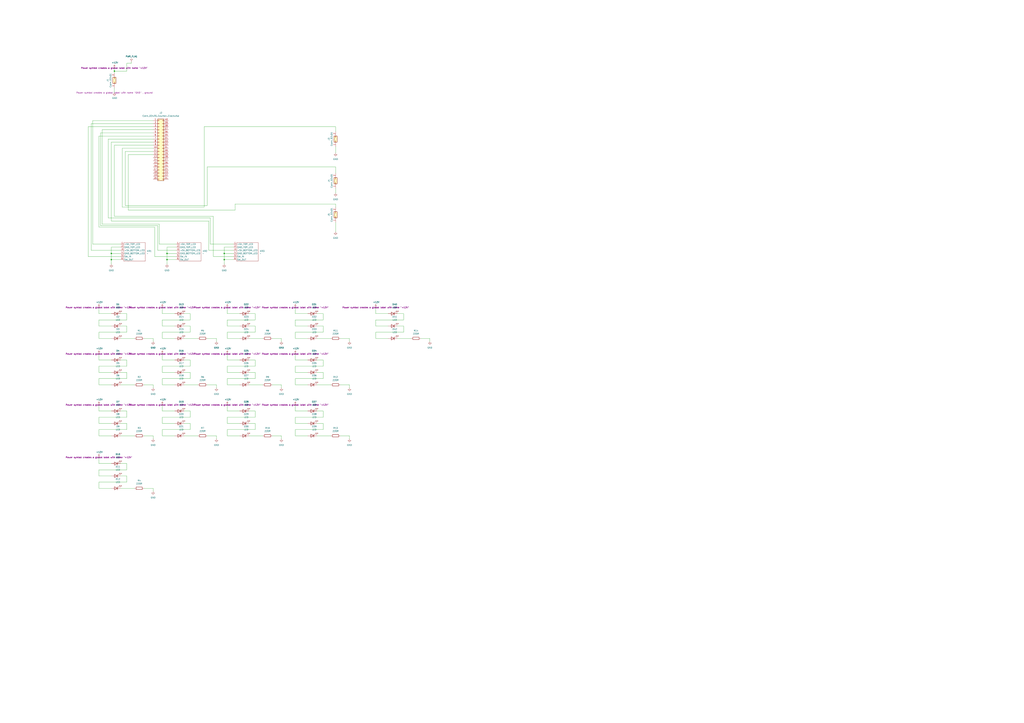
<source format=kicad_sch>
(kicad_sch (version 20250114) (generator "eeschema") (generator_version "9.0")
  (paper "A1")
  (lib_symbols
    (symbol "Connector_Generic:Conn_02x01" (pin_names (offset 1.016) (hide yes))
      (property "Reference" "J" (at 1.27 2.54 0))
      (property "Value" "Conn_02x01" (at 1.27 -2.54 0))
      (symbol "Conn_02x01_1_1"
        (pin passive line (at -5.08 0 0) (length 3.81) (name "Pin_1") (number "1"))
        (pin passive line (at 7.62 0 180) (length 3.81) (name "Pin_2") (number "2"))
      )
    )
    (symbol "Connector_Generic:Conn_02x20_Counter_Clockwise" (pin_names (offset 1.016) (hide yes))
      (property "Reference" "J" (at 1.27 25.4 0))
      (property "Value" "Conn_02x20_Counter_Clockwise" (at 1.27 -27.94 0))
      (symbol "Conn_02x20_Counter_Clockwise_1_1"
        (pin passive line (at -5.08 22.86 0) (length 3.81) (name "Pin_1") (number "1"))
        (pin passive line (at -5.08 20.32 0) (length 3.81) (name "Pin_2") (number "2"))
        (pin passive line (at -5.08 17.78 0) (length 3.81) (name "Pin_3") (number "3"))
        (pin passive line (at -5.08 15.24 0) (length 3.81) (name "Pin_4") (number "4"))
        (pin passive line (at -5.08 12.7 0) (length 3.81) (name "Pin_5") (number "5"))
        (pin passive line (at -5.08 10.16 0) (length 3.81) (name "Pin_6") (number "6"))
        (pin passive line (at -5.08 7.62 0) (length 3.81) (name "Pin_7") (number "7"))
        (pin passive line (at -5.08 5.08 0) (length 3.81) (name "Pin_8") (number "8"))
        (pin passive line (at -5.08 2.54 0) (length 3.81) (name "Pin_9") (number "9"))
        (pin passive line (at -5.08 0 0) (length 3.81) (name "Pin_10") (number "10"))
        (pin passive line (at -5.08 -2.54 0) (length 3.81) (name "Pin_11") (number "11"))
        (pin passive line (at -5.08 -5.08 0) (length 3.81) (name "Pin_12") (number "12"))
        (pin passive line (at -5.08 -7.62 0) (length 3.81) (name "Pin_13") (number "13"))
        (pin passive line (at -5.08 -10.16 0) (length 3.81) (name "Pin_14") (number "14"))
        (pin passive line (at -5.08 -12.7 0) (length 3.81) (name "Pin_15") (number "15"))
        (pin passive line (at -5.08 -15.24 0) (length 3.81) (name "Pin_16") (number "16"))
        (pin passive line (at -5.08 -17.78 0) (length 3.81) (name "Pin_17") (number "17"))
        (pin passive line (at -5.08 -20.32 0) (length 3.81) (name "Pin_18") (number "18"))
        (pin passive line (at -5.08 -22.86 0) (length 3.81) (name "Pin_19") (number "19"))
        (pin passive line (at -5.08 -25.4 0) (length 3.81) (name "Pin_20") (number "20"))
        (pin passive line (at 7.62 22.86 180) (length 3.81) (name "Pin_40") (number "40"))
        (pin passive line (at 7.62 20.32 180) (length 3.81) (name "Pin_39") (number "39"))
        (pin passive line (at 7.62 17.78 180) (length 3.81) (name "Pin_38") (number "38"))
        (pin passive line (at 7.62 15.24 180) (length 3.81) (name "Pin_37") (number "37"))
        (pin passive line (at 7.62 12.7 180) (length 3.81) (name "Pin_36") (number "36"))
        (pin passive line (at 7.62 10.16 180) (length 3.81) (name "Pin_35") (number "35"))
        (pin passive line (at 7.62 7.62 180) (length 3.81) (name "Pin_34") (number "34"))
        (pin passive line (at 7.62 5.08 180) (length 3.81) (name "Pin_33") (number "33"))
        (pin passive line (at 7.62 2.54 180) (length 3.81) (name "Pin_32") (number "32"))
        (pin passive line (at 7.62 0 180) (length 3.81) (name "Pin_31") (number "31"))
        (pin passive line (at 7.62 -2.54 180) (length 3.81) (name "Pin_30") (number "30"))
        (pin passive line (at 7.62 -5.08 180) (length 3.81) (name "Pin_29") (number "29"))
        (pin passive line (at 7.62 -7.62 180) (length 3.81) (name "Pin_28") (number "28"))
        (pin passive line (at 7.62 -10.16 180) (length 3.81) (name "Pin_27") (number "27"))
        (pin passive line (at 7.62 -12.7 180) (length 3.81) (name "Pin_26") (number "26"))
        (pin passive line (at 7.62 -15.24 180) (length 3.81) (name "Pin_25") (number "25"))
        (pin passive line (at 7.62 -17.78 180) (length 3.81) (name "Pin_24") (number "24"))
        (pin passive line (at 7.62 -20.32 180) (length 3.81) (name "Pin_23") (number "23"))
        (pin passive line (at 7.62 -22.86 180) (length 3.81) (name "Pin_22") (number "22"))
        (pin passive line (at 7.62 -25.4 180) (length 3.81) (name "Pin_21") (number "21"))
      )
    )
    (symbol "Device:LED" (pin_numbers (hide yes)) (pin_names (offset 1.016) (hide yes))
      (property "Reference" "D" (at 0 2.54 0))
      (property "Value" "LED" (at 0 -2.54 0))
      (symbol "LED_1_1"
        (pin passive line (at -3.81 0 0) (length 2.54) (name "K") (number "1"))
        (pin passive line (at 3.81 0 180) (length 2.54) (name "A") (number "2"))
      )
    )
    (symbol "Device:R" (pin_numbers (hide yes)) (pin_names (offset 0))
      (property "Reference" "R" (at 2.032 0 90))
      (property "Value" "R" (at 0 0 90))
      (symbol "R_1_1"
        (pin passive line (at 0 3.81 270) (length 1.27) (name "~") (number "1"))
        (pin passive line (at 0 -3.81 90) (length 1.27) (name "~") (number "2"))
      )
    )
    (symbol "KorrySwitch:Korry_Switch"
      (property "Reference" "KR" (at 12.7 -8.89 0))
      (symbol "Korry_Switch_1_1"
        (pin input line (at -10.16 -2.54 0) (length 2.54) (name "+5V_TOP_LED") (number "1"))
        (pin input line (at -10.16 -5.08 0) (length 2.54) (name "GND_TOP_LED") (number "2"))
        (pin input line (at -10.16 -7.62 0) (length 2.54) (name "+5V_BOTTOM_LED") (number "3"))
        (pin input line (at -10.16 -10.16 0) (length 2.54) (name "GND_BOTTOM_LED") (number "4"))
        (pin input line (at -10.16 -12.7 0) (length 2.54) (name "SW_IN") (number "5"))
        (pin output line (at -10.16 -15.24 0) (length 2.54) (name "SW_OUT") (number "6"))
      )
    )
    (symbol "power:+12V" (power) (pin_numbers (hide yes)) (pin_names (offset 0) (hide yes))
      (property "Value" "+12V" (at 0 3.556 0))
      (symbol "+12V_1_1"
        (pin power_in line (at 0 0 90) (length 0) (name "~") (number "1"))
      )
    )
    (symbol "power:GND" (power) (pin_numbers (hide yes)) (pin_names (offset 0) (hide yes))
      (property "Value" "GND" (at 0 -3.81 0))
      (symbol "GND_1_1"
        (pin power_in line (at 0 0 270) (length 0) (name "~") (number "1"))
      )
    )
    (symbol "power:PWR_FLAG" (power) (pin_numbers (hide yes)) (pin_names (offset 0) (hide yes))
      (property "Value" "PWR_FLAG" (at 0 3.81 0))
      (symbol "PWR_FLAG_0_0"
        (pin power_out line (at 0 0 90) (length 0) (name "~") (number "1"))
      )
    )
  )
  (junction (at 184.15 213.36))
  (junction (at 137.16 208.28))
  (junction (at 184.15 208.28))
  (junction (at 91.44 213.36))
  (junction (at 93.98 58.42))
  (junction (at 137.16 213.36))
  (junction (at 91.44 208.28))
  (wire (pts (xy 83.82 106.68) (xy 125.73 106.68)))
  (wire (pts (xy 91.44 358.14) (xy 81.28 358.14)))
  (wire (pts (xy 167.64 104.14) (xy 167.64 170.18)))
  (wire (pts (xy 81.28 267.97) (xy 81.28 262.89)))
  (wire (pts (xy 93.98 55.88) (xy 93.98 58.42)))
  (wire (pts (xy 265.43 342.9) (xy 265.43 337.82)))
  (wire (pts (xy 275.59 182.88) (xy 275.59 190.5)))
  (wire (pts (xy 151.13 278.13) (xy 162.56 278.13)))
  (wire (pts (xy 81.28 391.16) (xy 81.28 386.08)))
  (wire (pts (xy 156.21 337.82) (xy 151.13 337.82)))
  (wire (pts (xy 191.77 200.66) (xy 172.72 200.66)))
  (wire (pts (xy 81.28 311.15) (xy 104.14 311.15)))
  (wire (pts (xy 133.35 300.99) (xy 156.21 300.99)))
  (wire (pts (xy 308.61 278.13) (xy 308.61 273.05)))
  (wire (pts (xy 129.54 185.42) (xy 82.55 185.42)))
  (wire (pts (xy 144.78 210.82) (xy 127 210.82)))
  (wire (pts (xy 104.14 391.16) (xy 99.06 391.16)))
  (wire (pts (xy 209.55 262.89) (xy 209.55 257.81)))
  (wire (pts (xy 186.69 278.13) (xy 186.69 273.05)))
  (wire (pts (xy 81.28 347.98) (xy 81.28 342.9)))
  (wire (pts (xy 137.16 217.17) (xy 137.16 213.36)))
  (wire (pts (xy 331.47 257.81) (xy 326.39 257.81)))
  (wire (pts (xy 133.35 252.73) (xy 133.35 257.81)))
  (wire (pts (xy 133.35 295.91) (xy 143.51 295.91)))
  (wire (pts (xy 156.21 342.9) (xy 156.21 337.82)))
  (wire (pts (xy 196.85 316.23) (xy 186.69 316.23)))
  (wire (pts (xy 186.69 342.9) (xy 209.55 342.9)))
  (wire (pts (xy 186.69 252.73) (xy 186.69 257.81)))
  (wire (pts (xy 231.14 278.13) (xy 231.14 280.67)))
  (wire (pts (xy 81.28 262.89) (xy 104.14 262.89)))
  (wire (pts (xy 242.57 273.05) (xy 265.43 273.05)))
  (wire (pts (xy 260.35 316.23) (xy 271.78 316.23)))
  (wire (pts (xy 133.35 262.89) (xy 156.21 262.89)))
  (wire (pts (xy 156.21 300.99) (xy 156.21 295.91)))
  (wire (pts (xy 81.28 332.74) (xy 81.28 337.82)))
  (wire (pts (xy 242.57 267.97) (xy 242.57 262.89)))
  (wire (pts (xy 127 210.82) (xy 127 186.69)))
  (wire (pts (xy 177.8 358.14) (xy 177.8 360.68)))
  (wire (pts (xy 308.61 267.97) (xy 308.61 262.89)))
  (wire (pts (xy 151.13 316.23) (xy 162.56 316.23)))
  (wire (pts (xy 93.98 119.38) (xy 125.73 119.38)))
  (wire (pts (xy 72.39 104.14) (xy 125.73 104.14)))
  (wire (pts (xy 81.28 186.69) (xy 81.28 111.76)))
  (wire (pts (xy 156.21 267.97) (xy 151.13 267.97)))
  (wire (pts (xy 308.61 273.05) (xy 331.47 273.05)))
  (wire (pts (xy 170.18 316.23) (xy 177.8 316.23)))
  (wire (pts (xy 125.73 316.23) (xy 125.73 318.77)))
  (wire (pts (xy 353.06 278.13) (xy 353.06 280.67)))
  (wire (pts (xy 133.35 342.9) (xy 156.21 342.9)))
  (wire (pts (xy 81.28 381) (xy 91.44 381)))
  (wire (pts (xy 265.43 262.89) (xy 265.43 257.81)))
  (wire (pts (xy 104.14 273.05) (xy 104.14 267.97)))
  (wire (pts (xy 265.43 353.06) (xy 265.43 347.98)))
  (wire (pts (xy 81.28 316.23) (xy 81.28 311.15)))
  (wire (pts (xy 242.57 347.98) (xy 242.57 342.9)))
  (wire (pts (xy 242.57 278.13) (xy 242.57 273.05)))
  (wire (pts (xy 133.35 316.23) (xy 133.35 311.15)))
  (wire (pts (xy 129.54 185.42) (xy 129.54 205.74)))
  (wire (pts (xy 196.85 358.14) (xy 186.69 358.14)))
  (wire (pts (xy 223.52 278.13) (xy 231.14 278.13)))
  (wire (pts (xy 275.59 142.24) (xy 275.59 137.16)))
  (wire (pts (xy 81.28 386.08) (xy 104.14 386.08)))
  (wire (pts (xy 242.57 337.82) (xy 252.73 337.82)))
  (wire (pts (xy 231.14 316.23) (xy 231.14 318.77)))
  (wire (pts (xy 104.14 337.82) (xy 99.06 337.82)))
  (wire (pts (xy 265.43 295.91) (xy 260.35 295.91)))
  (wire (pts (xy 326.39 278.13) (xy 337.82 278.13)))
  (wire (pts (xy 91.44 203.2) (xy 91.44 208.28)))
  (wire (pts (xy 186.69 295.91) (xy 196.85 295.91)))
  (wire (pts (xy 93.98 58.42) (xy 93.98 59.69)))
  (wire (pts (xy 252.73 316.23) (xy 242.57 316.23)))
  (wire (pts (xy 209.55 267.97) (xy 204.47 267.97)))
  (wire (pts (xy 184.15 217.17) (xy 184.15 213.36)))
  (wire (pts (xy 99.06 203.2) (xy 91.44 203.2)))
  (wire (pts (xy 265.43 257.81) (xy 260.35 257.81)))
  (wire (pts (xy 191.77 210.82) (xy 175.26 210.82)))
  (wire (pts (xy 184.15 208.28) (xy 184.15 213.36)))
  (wire (pts (xy 102.87 124.46) (xy 125.73 124.46)))
  (wire (pts (xy 345.44 278.13) (xy 353.06 278.13)))
  (wire (pts (xy 156.21 306.07) (xy 151.13 306.07)))
  (wire (pts (xy 287.02 278.13) (xy 287.02 280.67)))
  (wire (pts (xy 133.35 273.05) (xy 156.21 273.05)))
  (wire (pts (xy 223.52 358.14) (xy 231.14 358.14)))
  (wire (pts (xy 91.44 116.84) (xy 125.73 116.84)))
  (wire (pts (xy 156.21 257.81) (xy 151.13 257.81)))
  (wire (pts (xy 170.18 278.13) (xy 177.8 278.13)))
  (wire (pts (xy 279.4 316.23) (xy 287.02 316.23)))
  (wire (pts (xy 125.73 358.14) (xy 125.73 360.68)))
  (wire (pts (xy 88.9 114.3) (xy 125.73 114.3)))
  (wire (pts (xy 74.93 101.6) (xy 74.93 205.74)))
  (wire (pts (xy 104.14 347.98) (xy 99.06 347.98)))
  (wire (pts (xy 81.28 375.92) (xy 81.28 381)))
  (wire (pts (xy 82.55 109.22) (xy 125.73 109.22)))
  (wire (pts (xy 252.73 347.98) (xy 242.57 347.98)))
  (wire (pts (xy 186.69 306.07) (xy 186.69 300.99)))
  (wire (pts (xy 186.69 347.98) (xy 186.69 342.9)))
  (wire (pts (xy 308.61 252.73) (xy 308.61 257.81)))
  (wire (pts (xy 156.21 273.05) (xy 156.21 267.97)))
  (wire (pts (xy 279.4 278.13) (xy 287.02 278.13)))
  (wire (pts (xy 104.14 342.9) (xy 104.14 337.82)))
  (wire (pts (xy 260.35 278.13) (xy 271.78 278.13)))
  (wire (pts (xy 196.85 278.13) (xy 186.69 278.13)))
  (wire (pts (xy 81.28 111.76) (xy 125.73 111.76)))
  (wire (pts (xy 177.8 316.23) (xy 177.8 318.77)))
  (wire (pts (xy 107.95 52.07) (xy 107.95 50.8)))
  (wire (pts (xy 99.06 316.23) (xy 110.49 316.23)))
  (wire (pts (xy 104.14 295.91) (xy 99.06 295.91)))
  (wire (pts (xy 81.28 300.99) (xy 104.14 300.99)))
  (wire (pts (xy 242.57 332.74) (xy 242.57 337.82)))
  (wire (pts (xy 209.55 295.91) (xy 204.47 295.91)))
  (wire (pts (xy 156.21 347.98) (xy 151.13 347.98)))
  (wire (pts (xy 99.06 208.28) (xy 91.44 208.28)))
  (wire (pts (xy 275.59 167.64) (xy 193.04 167.64)))
  (wire (pts (xy 209.55 347.98) (xy 204.47 347.98)))
  (wire (pts (xy 91.44 217.17) (xy 91.44 213.36)))
  (wire (pts (xy 242.57 300.99) (xy 265.43 300.99)))
  (wire (pts (xy 204.47 278.13) (xy 215.9 278.13)))
  (wire (pts (xy 100.33 121.92) (xy 125.73 121.92)))
  (wire (pts (xy 76.2 99.06) (xy 125.73 99.06)))
  (wire (pts (xy 91.44 347.98) (xy 81.28 347.98)))
  (wire (pts (xy 231.14 358.14) (xy 231.14 360.68)))
  (wire (pts (xy 156.21 295.91) (xy 151.13 295.91)))
  (wire (pts (xy 143.51 267.97) (xy 133.35 267.97)))
  (wire (pts (xy 275.59 137.16) (xy 170.18 137.16)))
  (wire (pts (xy 175.26 177.8) (xy 175.26 210.82)))
  (wire (pts (xy 133.35 290.83) (xy 133.35 295.91)))
  (wire (pts (xy 186.69 290.83) (xy 186.69 295.91)))
  (wire (pts (xy 104.14 58.42) (xy 104.14 52.07)))
  (wire (pts (xy 104.14 386.08) (xy 104.14 381)))
  (wire (pts (xy 133.35 347.98) (xy 133.35 342.9)))
  (wire (pts (xy 104.14 257.81) (xy 99.06 257.81)))
  (wire (pts (xy 186.69 300.99) (xy 209.55 300.99)))
  (wire (pts (xy 252.73 278.13) (xy 242.57 278.13)))
  (wire (pts (xy 81.28 295.91) (xy 91.44 295.91)))
  (wire (pts (xy 118.11 316.23) (xy 125.73 316.23)))
  (wire (pts (xy 252.73 306.07) (xy 242.57 306.07)))
  (wire (pts (xy 242.57 358.14) (xy 242.57 353.06)))
  (wire (pts (xy 144.78 208.28) (xy 137.16 208.28)))
  (wire (pts (xy 191.77 208.28) (xy 184.15 208.28)))
  (wire (pts (xy 118.11 401.32) (xy 125.73 401.32)))
  (wire (pts (xy 118.11 278.13) (xy 125.73 278.13)))
  (wire (pts (xy 137.16 208.28) (xy 137.16 213.36)))
  (wire (pts (xy 193.04 172.72) (xy 105.41 172.72)))
  (wire (pts (xy 91.44 306.07) (xy 81.28 306.07)))
  (wire (pts (xy 104.14 300.99) (xy 104.14 295.91)))
  (wire (pts (xy 242.57 311.15) (xy 265.43 311.15)))
  (wire (pts (xy 265.43 337.82) (xy 260.35 337.82)))
  (wire (pts (xy 81.28 337.82) (xy 91.44 337.82)))
  (wire (pts (xy 104.14 267.97) (xy 99.06 267.97)))
  (wire (pts (xy 275.59 104.14) (xy 167.64 104.14)))
  (wire (pts (xy 91.44 401.32) (xy 81.28 401.32)))
  (wire (pts (xy 99.06 358.14) (xy 110.49 358.14)))
  (wire (pts (xy 242.57 262.89) (xy 265.43 262.89)))
  (wire (pts (xy 143.51 306.07) (xy 133.35 306.07)))
  (wire (pts (xy 191.77 203.2) (xy 184.15 203.2)))
  (wire (pts (xy 81.28 278.13) (xy 81.28 273.05)))
  (wire (pts (xy 167.64 170.18) (xy 100.33 170.18)))
  (wire (pts (xy 265.43 311.15) (xy 265.43 306.07)))
  (wire (pts (xy 184.15 203.2) (xy 184.15 208.28)))
  (wire (pts (xy 242.57 295.91) (xy 252.73 295.91)))
  (wire (pts (xy 242.57 306.07) (xy 242.57 300.99)))
  (wire (pts (xy 133.35 278.13) (xy 133.35 273.05)))
  (wire (pts (xy 209.55 311.15) (xy 209.55 306.07)))
  (wire (pts (xy 144.78 203.2) (xy 137.16 203.2)))
  (wire (pts (xy 204.47 358.14) (xy 215.9 358.14)))
  (wire (pts (xy 143.51 316.23) (xy 133.35 316.23)))
  (wire (pts (xy 331.47 273.05) (xy 331.47 267.97)))
  (wire (pts (xy 172.72 179.07) (xy 88.9 179.07)))
  (wire (pts (xy 209.55 257.81) (xy 204.47 257.81)))
  (wire (pts (xy 133.35 311.15) (xy 156.21 311.15)))
  (wire (pts (xy 104.14 306.07) (xy 99.06 306.07)))
  (wire (pts (xy 252.73 267.97) (xy 242.57 267.97)))
  (wire (pts (xy 133.35 257.81) (xy 143.51 257.81)))
  (wire (pts (xy 74.93 205.74) (xy 99.06 205.74)))
  (wire (pts (xy 186.69 337.82) (xy 196.85 337.82)))
  (wire (pts (xy 133.35 358.14) (xy 133.35 353.06)))
  (wire (pts (xy 137.16 213.36) (xy 144.78 213.36)))
  (wire (pts (xy 242.57 257.81) (xy 252.73 257.81)))
  (wire (pts (xy 100.33 170.18) (xy 100.33 121.92)))
  (wire (pts (xy 265.43 273.05) (xy 265.43 267.97)))
  (wire (pts (xy 137.16 203.2) (xy 137.16 208.28)))
  (wire (pts (xy 143.51 278.13) (xy 133.35 278.13)))
  (wire (pts (xy 279.4 358.14) (xy 287.02 358.14)))
  (wire (pts (xy 104.14 262.89) (xy 104.14 257.81)))
  (wire (pts (xy 118.11 358.14) (xy 125.73 358.14)))
  (wire (pts (xy 265.43 347.98) (xy 260.35 347.98)))
  (wire (pts (xy 105.41 172.72) (xy 105.41 127)))
  (wire (pts (xy 170.18 168.91) (xy 102.87 168.91)))
  (wire (pts (xy 196.85 306.07) (xy 186.69 306.07)))
  (wire (pts (xy 186.69 257.81) (xy 196.85 257.81)))
  (wire (pts (xy 170.18 137.16) (xy 170.18 168.91)))
  (wire (pts (xy 81.28 342.9) (xy 104.14 342.9)))
  (wire (pts (xy 265.43 306.07) (xy 260.35 306.07)))
  (wire (pts (xy 88.9 179.07) (xy 88.9 114.3)))
  (wire (pts (xy 223.52 316.23) (xy 231.14 316.23)))
  (wire (pts (xy 81.28 252.73) (xy 81.28 257.81)))
  (wire (pts (xy 91.44 391.16) (xy 81.28 391.16)))
  (wire (pts (xy 172.72 179.07) (xy 172.72 200.66)))
  (wire (pts (xy 275.59 170.18) (xy 275.59 167.64)))
  (wire (pts (xy 331.47 267.97) (xy 326.39 267.97)))
  (wire (pts (xy 275.59 107.95) (xy 275.59 104.14)))
  (wire (pts (xy 151.13 358.14) (xy 162.56 358.14)))
  (wire (pts (xy 143.51 347.98) (xy 133.35 347.98)))
  (wire (pts (xy 186.69 273.05) (xy 209.55 273.05)))
  (wire (pts (xy 275.59 120.65) (xy 275.59 125.73)))
  (wire (pts (xy 242.57 353.06) (xy 265.43 353.06)))
  (wire (pts (xy 104.14 52.07) (xy 107.95 52.07)))
  (wire (pts (xy 125.73 401.32) (xy 125.73 403.86)))
  (wire (pts (xy 171.45 181.61) (xy 91.44 181.61)))
  (wire (pts (xy 81.28 306.07) (xy 81.28 300.99)))
  (wire (pts (xy 156.21 353.06) (xy 156.21 347.98)))
  (wire (pts (xy 133.35 332.74) (xy 133.35 337.82)))
  (wire (pts (xy 186.69 353.06) (xy 209.55 353.06)))
  (wire (pts (xy 72.39 210.82) (xy 99.06 210.82)))
  (wire (pts (xy 242.57 290.83) (xy 242.57 295.91)))
  (wire (pts (xy 133.35 353.06) (xy 156.21 353.06)))
  (wire (pts (xy 91.44 278.13) (xy 81.28 278.13)))
  (wire (pts (xy 133.35 306.07) (xy 133.35 300.99)))
  (wire (pts (xy 81.28 290.83) (xy 81.28 295.91)))
  (wire (pts (xy 91.44 267.97) (xy 81.28 267.97)))
  (wire (pts (xy 72.39 210.82) (xy 72.39 104.14)))
  (wire (pts (xy 91.44 213.36) (xy 99.06 213.36)))
  (wire (pts (xy 81.28 396.24) (xy 104.14 396.24)))
  (wire (pts (xy 191.77 205.74) (xy 171.45 205.74)))
  (wire (pts (xy 171.45 205.74) (xy 171.45 181.61)))
  (wire (pts (xy 209.55 300.99) (xy 209.55 295.91)))
  (wire (pts (xy 175.26 177.8) (xy 93.98 177.8)))
  (wire (pts (xy 209.55 306.07) (xy 204.47 306.07)))
  (wire (pts (xy 130.81 184.15) (xy 83.82 184.15)))
  (wire (pts (xy 105.41 127) (xy 125.73 127)))
  (wire (pts (xy 186.69 311.15) (xy 209.55 311.15)))
  (wire (pts (xy 265.43 267.97) (xy 260.35 267.97)))
  (wire (pts (xy 76.2 200.66) (xy 76.2 99.06)))
  (wire (pts (xy 83.82 184.15) (xy 83.82 106.68)))
  (wire (pts (xy 186.69 316.23) (xy 186.69 311.15)))
  (wire (pts (xy 102.87 168.91) (xy 102.87 124.46)))
  (wire (pts (xy 177.8 278.13) (xy 177.8 280.67)))
  (wire (pts (xy 308.61 262.89) (xy 331.47 262.89)))
  (wire (pts (xy 91.44 208.28) (xy 91.44 213.36)))
  (wire (pts (xy 204.47 316.23) (xy 215.9 316.23)))
  (wire (pts (xy 186.69 262.89) (xy 209.55 262.89)))
  (wire (pts (xy 81.28 358.14) (xy 81.28 353.06)))
  (wire (pts (xy 318.77 278.13) (xy 308.61 278.13)))
  (wire (pts (xy 209.55 273.05) (xy 209.55 267.97)))
  (wire (pts (xy 81.28 353.06) (xy 104.14 353.06)))
  (wire (pts (xy 196.85 347.98) (xy 186.69 347.98)))
  (wire (pts (xy 308.61 257.81) (xy 318.77 257.81)))
  (wire (pts (xy 81.28 401.32) (xy 81.28 396.24)))
  (wire (pts (xy 133.35 337.82) (xy 143.51 337.82)))
  (wire (pts (xy 242.57 342.9) (xy 265.43 342.9)))
  (wire (pts (xy 129.54 205.74) (xy 144.78 205.74)))
  (wire (pts (xy 209.55 342.9) (xy 209.55 337.82)))
  (wire (pts (xy 196.85 267.97) (xy 186.69 267.97)))
  (wire (pts (xy 125.73 101.6) (xy 74.93 101.6)))
  (wire (pts (xy 184.15 213.36) (xy 191.77 213.36)))
  (wire (pts (xy 209.55 353.06) (xy 209.55 347.98)))
  (wire (pts (xy 93.98 58.42) (xy 104.14 58.42)))
  (wire (pts (xy 104.14 396.24) (xy 104.14 391.16)))
  (wire (pts (xy 104.14 353.06) (xy 104.14 347.98)))
  (wire (pts (xy 99.06 401.32) (xy 110.49 401.32)))
  (wire (pts (xy 125.73 278.13) (xy 125.73 280.67)))
  (wire (pts (xy 265.43 300.99) (xy 265.43 295.91)))
  (wire (pts (xy 186.69 332.74) (xy 186.69 337.82)))
  (wire (pts (xy 81.28 257.81) (xy 91.44 257.81)))
  (wire (pts (xy 130.81 184.15) (xy 130.81 200.66)))
  (wire (pts (xy 252.73 358.14) (xy 242.57 358.14)))
  (wire (pts (xy 186.69 267.97) (xy 186.69 262.89)))
  (wire (pts (xy 104.14 311.15) (xy 104.14 306.07)))
  (wire (pts (xy 91.44 181.61) (xy 91.44 116.84)))
  (wire (pts (xy 156.21 311.15) (xy 156.21 306.07)))
  (wire (pts (xy 82.55 185.42) (xy 82.55 109.22)))
  (wire (pts (xy 275.59 154.94) (xy 275.59 158.75)))
  (wire (pts (xy 193.04 167.64) (xy 193.04 172.72)))
  (wire (pts (xy 93.98 72.39) (xy 93.98 76.2)))
  (wire (pts (xy 242.57 252.73) (xy 242.57 257.81)))
  (wire (pts (xy 287.02 316.23) (xy 287.02 318.77)))
  (wire (pts (xy 99.06 278.13) (xy 110.49 278.13)))
  (wire (pts (xy 186.69 358.14) (xy 186.69 353.06)))
  (wire (pts (xy 99.06 200.66) (xy 76.2 200.66)))
  (wire (pts (xy 260.35 358.14) (xy 271.78 358.14)))
  (wire (pts (xy 318.77 267.97) (xy 308.61 267.97)))
  (wire (pts (xy 287.02 358.14) (xy 287.02 360.68)))
  (wire (pts (xy 209.55 337.82) (xy 204.47 337.82)))
  (wire (pts (xy 331.47 262.89) (xy 331.47 257.81)))
  (wire (pts (xy 156.21 262.89) (xy 156.21 257.81)))
  (wire (pts (xy 133.35 267.97) (xy 133.35 262.89)))
  (wire (pts (xy 104.14 381) (xy 99.06 381)))
  (wire (pts (xy 127 186.69) (xy 81.28 186.69)))
  (wire (pts (xy 93.98 177.8) (xy 93.98 119.38)))
  (wire (pts (xy 91.44 316.23) (xy 81.28 316.23)))
  (wire (pts (xy 144.78 200.66) (xy 130.81 200.66)))
  (wire (pts (xy 81.28 273.05) (xy 104.14 273.05)))
  (wire (pts (xy 143.51 358.14) (xy 133.35 358.14)))
  (wire (pts (xy 242.57 316.23) (xy 242.57 311.15)))
  (wire (pts (xy 170.18 358.14) (xy 177.8 358.14)))
  (symbol (lib_id "power:GND") (at 93.98 76.2 0) (unit 1)
    (property "Reference" "#PWR07" (effects (hide yes)))
    (property "Value" "GND" (at 94.107 80.5942 0))
    (property "Description" "Power symbol creates a global label with name \"GND\" , ground" (at 93.98 76.2 0))
  )
  (symbol (lib_id "power:+12V") (at 93.98 55.88 0) (unit 1)
    (property "Reference" "#PWR06" (effects (hide yes)))
    (property "Value" "+12V" (at 94.361 51.4858 0))
    (property "Description" "Power symbol creates a global label with name \"+12V\"" (at 93.98 55.88 0))
  )
  (symbol (lib_id "power:PWR_FLAG") (at 107.95 50.8 0) (unit 1)
    (property "Reference" "#FLG01" (effects (hide yes)))
    (property "Value" "PWR_FLAG" (at 107.95 46.4058 0))
  )
  (symbol (lib_id "power:+12V") (at 242.57 332.74 0) (unit 1)
    (property "Reference" "#PWR028" (effects (hide yes)))
    (property "Value" "+12V" (at 242.951 328.3458 0))
    (property "Description" "Power symbol creates a global label with name \"+12V\"" (at 242.57 332.74 0))
  )
  (symbol (lib_id "Device:R") (at 219.71 358.14 90) (unit 1)
    (property "Reference" "R10" (at 219.71 351.79 90))
    (property "Value" "220R" (at 219.71 354.33 90))
    (property "Footprint" "Resistor_SMD:R_1206_3216Metric_Pad1.30x1.75mm_HandSolder" (effects (hide yes)))
    (property "Description" "Resistor" (effects (hide yes)))
  )
  (symbol (lib_id "power:+12V") (at 133.35 252.73 0) (unit 1)
    (property "Reference" "#PWR012" (effects (hide yes)))
    (property "Value" "+12V" (at 133.731 248.3358 0))
    (property "Description" "Power symbol creates a global label with name \"+12V\"" (at 133.35 252.73 0))
  )
  (symbol (lib_id "Device:LED") (at 147.32 347.98 180) (unit 1)
    (property "Reference" "D20" (at 148.9075 340.36 0))
    (property "Value" "LED" (at 148.9075 342.9 0))
    (property "Footprint" "OpenA3XX:LED_Everlight-SMD3528_3.5x2.8mm_67-21ST" (effects (hide yes)))
    (property "Description" "Light emitting diode" (effects (hide yes)))
    (property "Sim.Pins" "1=K 2=A" (effects (hide yes)))
  )
  (symbol (lib_id "Device:R") (at 114.3 401.32 90) (unit 1)
    (property "Reference" "R4" (at 114.3 394.97 90))
    (property "Value" "220R" (at 114.3 397.51 90))
    (property "Footprint" "Resistor_SMD:R_1206_3216Metric_Pad1.30x1.75mm_HandSolder" (effects (hide yes)))
    (property "Description" "Resistor" (effects (hide yes)))
  )
  (symbol (lib_id "Device:LED") (at 95.25 306.07 180) (unit 1)
    (property "Reference" "D5" (at 96.8375 298.45 0))
    (property "Value" "LED" (at 96.8375 300.99 0))
    (property "Footprint" "OpenA3XX:LED_Everlight-SMD3528_3.5x2.8mm_67-21ST" (effects (hide yes)))
    (property "Description" "Light emitting diode" (effects (hide yes)))
    (property "Sim.Pins" "1=K 2=A" (effects (hide yes)))
  )
  (symbol (lib_id "Connector_Generic:Conn_02x01") (at 275.59 149.86 90) (unit 1)
    (property "Reference" "J4" (at 270.0782 148.59 0))
    (property "Value" "Conn_02x01" (at 272.3896 148.59 0))
    (property "Footprint" "Connector_PinHeader_2.54mm:PinHeader_1x02_P2.54mm_Vertical" (effects (hide yes)))
    (property "Description" "Generic connector, double row, 02x01, this symbol is compatible with counter-clockwise, top-bottom and odd-even numbering schemes., script generated (kicad-library-utils/schlib/autogen/connector/)" (effects (hide yes)))
  )
  (symbol (lib_id "Device:LED") (at 256.54 278.13 180) (unit 1)
    (property "Reference" "D33" (at 258.1275 270.51 0))
    (property "Value" "LED" (at 258.1275 273.05 0))
    (property "Footprint" "OpenA3XX:LED_Everlight-SMD3528_3.5x2.8mm_67-21ST" (effects (hide yes)))
    (property "Description" "Light emitting diode" (effects (hide yes)))
    (property "Sim.Pins" "1=K 2=A" (effects (hide yes)))
  )
  (symbol (lib_id "Device:LED") (at 95.25 316.23 180) (unit 1)
    (property "Reference" "D6" (at 96.8375 308.61 0))
    (property "Value" "LED" (at 96.8375 311.15 0))
    (property "Footprint" "OpenA3XX:LED_Everlight-SMD3528_3.5x2.8mm_67-21ST" (effects (hide yes)))
    (property "Description" "Light emitting diode" (effects (hide yes)))
    (property "Sim.Pins" "1=K 2=A" (effects (hide yes)))
  )
  (symbol (lib_id "Device:LED") (at 200.66 267.97 180) (unit 1)
    (property "Reference" "D23" (at 202.2475 260.35 0))
    (property "Value" "LED" (at 202.2475 262.89 0))
    (property "Footprint" "OpenA3XX:LED_Everlight-SMD3528_3.5x2.8mm_67-21ST" (effects (hide yes)))
    (property "Description" "Light emitting diode" (effects (hide yes)))
    (property "Sim.Pins" "1=K 2=A" (effects (hide yes)))
  )
  (symbol (lib_id "power:GND") (at 184.15 217.17 0) (unit 1)
    (property "Reference" "#PWR019" (effects (hide yes)))
    (property "Value" "GND" (at 184.15 222.25 0))
    (property "Description" "Power symbol creates a global label with name \"GND\" , ground" (effects (hide yes)))
  )
  (symbol (lib_id "Device:R") (at 114.3 278.13 90) (unit 1)
    (property "Reference" "R1" (at 114.3 271.78 90))
    (property "Value" "220R" (at 114.3 274.32 90))
    (property "Footprint" "Resistor_SMD:R_1206_3216Metric_Pad1.30x1.75mm_HandSolder" (effects (hide yes)))
    (property "Description" "Resistor" (effects (hide yes)))
  )
  (symbol (lib_id "Device:LED") (at 256.54 267.97 180) (unit 1)
    (property "Reference" "D32" (at 258.1275 260.35 0))
    (property "Value" "LED" (at 258.1275 262.89 0))
    (property "Footprint" "OpenA3XX:LED_Everlight-SMD3528_3.5x2.8mm_67-21ST" (effects (hide yes)))
    (property "Description" "Light emitting diode" (effects (hide yes)))
    (property "Sim.Pins" "1=K 2=A" (effects (hide yes)))
  )
  (symbol (lib_id "Device:R") (at 275.59 316.23 90) (unit 1)
    (property "Reference" "R12" (at 275.59 309.88 90))
    (property "Value" "220R" (at 275.59 312.42 90))
    (property "Footprint" "Resistor_SMD:R_1206_3216Metric_Pad1.30x1.75mm_HandSolder" (effects (hide yes)))
    (property "Description" "Resistor" (effects (hide yes)))
  )
  (symbol (lib_id "Device:LED") (at 200.66 347.98 180) (unit 1)
    (property "Reference" "D29" (at 202.2475 340.36 0))
    (property "Value" "LED" (at 202.2475 342.9 0))
    (property "Footprint" "OpenA3XX:LED_Everlight-SMD3528_3.5x2.8mm_67-21ST" (effects (hide yes)))
    (property "Description" "Light emitting diode" (effects (hide yes)))
    (property "Sim.Pins" "1=K 2=A" (effects (hide yes)))
  )
  (symbol (lib_id "power:GND") (at 91.44 217.17 0) (unit 1)
    (property "Reference" "#PWR05" (effects (hide yes)))
    (property "Value" "GND" (at 91.44 222.25 0))
    (property "Description" "Power symbol creates a global label with name \"GND\" , ground" (effects (hide yes)))
  )
  (symbol (lib_id "power:+12V") (at 242.57 252.73 0) (unit 1)
    (property "Reference" "#PWR026" (effects (hide yes)))
    (property "Value" "+12V" (at 242.951 248.3358 0))
    (property "Description" "Power symbol creates a global label with name \"+12V\"" (at 242.57 252.73 0))
  )
  (symbol (lib_id "power:GND") (at 231.14 318.77 0) (unit 1)
    (property "Reference" "#PWR024" (effects (hide yes)))
    (property "Value" "GND" (at 231.14 323.85 0))
    (property "Description" "Power symbol creates a global label with name \"GND\" , ground" (effects (hide yes)))
  )
  (symbol (lib_id "Device:LED") (at 95.25 347.98 180) (unit 1)
    (property "Reference" "D8" (at 96.8375 340.36 0))
    (property "Value" "LED" (at 96.8375 342.9 0))
    (property "Footprint" "OpenA3XX:LED_Everlight-SMD3528_3.5x2.8mm_67-21ST" (effects (hide yes)))
    (property "Description" "Light emitting diode" (effects (hide yes)))
    (property "Sim.Pins" "1=K 2=A" (effects (hide yes)))
  )
  (symbol (lib_id "power:+12V") (at 186.69 332.74 0) (unit 1)
    (property "Reference" "#PWR022" (effects (hide yes)))
    (property "Value" "+12V" (at 187.071 328.3458 0))
    (property "Description" "Power symbol creates a global label with name \"+12V\"" (at 186.69 332.74 0))
  )
  (symbol (lib_id "Connector_Generic:Conn_02x01") (at 275.59 115.57 90) (unit 1)
    (property "Reference" "J3" (at 270.0782 114.3 0))
    (property "Value" "Conn_02x01" (at 272.3896 114.3 0))
    (property "Footprint" "Connector_PinHeader_2.54mm:PinHeader_1x02_P2.54mm_Vertical" (effects (hide yes)))
    (property "Description" "Generic connector, double row, 02x01, this symbol is compatible with counter-clockwise, top-bottom and odd-even numbering schemes., script generated (kicad-library-utils/schlib/autogen/connector/)" (effects (hide yes)))
  )
  (symbol (lib_id "Device:LED") (at 200.66 316.23 180) (unit 1)
    (property "Reference" "D27" (at 202.2475 308.61 0))
    (property "Value" "LED" (at 202.2475 311.15 0))
    (property "Footprint" "OpenA3XX:LED_Everlight-SMD3528_3.5x2.8mm_67-21ST" (effects (hide yes)))
    (property "Description" "Light emitting diode" (effects (hide yes)))
    (property "Sim.Pins" "1=K 2=A" (effects (hide yes)))
  )
  (symbol (lib_id "Device:LED") (at 200.66 278.13 180) (unit 1)
    (property "Reference" "D24" (at 202.2475 270.51 0))
    (property "Value" "LED" (at 202.2475 273.05 0))
    (property "Footprint" "OpenA3XX:LED_Everlight-SMD3528_3.5x2.8mm_67-21ST" (effects (hide yes)))
    (property "Description" "Light emitting diode" (effects (hide yes)))
    (property "Sim.Pins" "1=K 2=A" (effects (hide yes)))
  )
  (symbol (lib_id "power:+12V") (at 308.61 252.73 0) (unit 1)
    (property "Reference" "#PWR035" (effects (hide yes)))
    (property "Value" "+12V" (at 308.991 248.3358 0))
    (property "Description" "Power symbol creates a global label with name \"+12V\"" (at 308.61 252.73 0))
  )
  (symbol (lib_id "Device:LED") (at 147.32 257.81 180) (unit 1)
    (property "Reference" "D13" (at 148.9075 250.19 0))
    (property "Value" "LED" (at 148.9075 252.73 0))
    (property "Footprint" "OpenA3XX:LED_Everlight-SMD3528_3.5x2.8mm_67-21ST" (effects (hide yes)))
    (property "Description" "Light emitting diode" (effects (hide yes)))
    (property "Sim.Pins" "1=K 2=A" (effects (hide yes)))
  )
  (symbol (lib_id "power:GND") (at 125.73 318.77 0) (unit 1)
    (property "Reference" "#PWR09" (effects (hide yes)))
    (property "Value" "GND" (at 125.73 323.85 0))
    (property "Description" "Power symbol creates a global label with name \"GND\" , ground" (effects (hide yes)))
  )
  (symbol (lib_id "Device:R") (at 341.63 278.13 90) (unit 1)
    (property "Reference" "R14" (at 341.63 271.78 90))
    (property "Value" "220R" (at 341.63 274.32 90))
    (property "Footprint" "Resistor_SMD:R_1206_3216Metric_Pad1.30x1.75mm_HandSolder" (effects (hide yes)))
    (property "Description" "Resistor" (effects (hide yes)))
  )
  (symbol (lib_id "Device:LED") (at 200.66 295.91 180) (unit 1)
    (property "Reference" "D25" (at 202.2475 288.29 0))
    (property "Value" "LED" (at 202.2475 290.83 0))
    (property "Footprint" "OpenA3XX:LED_Everlight-SMD3528_3.5x2.8mm_67-21ST" (effects (hide yes)))
    (property "Description" "Light emitting diode" (effects (hide yes)))
    (property "Sim.Pins" "1=K 2=A" (effects (hide yes)))
  )
  (symbol (lib_id "Device:R") (at 275.59 278.13 90) (unit 1)
    (property "Reference" "R11" (at 275.59 271.78 90))
    (property "Value" "220R" (at 275.59 274.32 90))
    (property "Footprint" "Resistor_SMD:R_1206_3216Metric_Pad1.30x1.75mm_HandSolder" (effects (hide yes)))
    (property "Description" "Resistor" (effects (hide yes)))
  )
  (symbol (lib_id "power:+12V") (at 186.69 252.73 0) (unit 1)
    (property "Reference" "#PWR020" (effects (hide yes)))
    (property "Value" "+12V" (at 187.071 248.3358 0))
    (property "Description" "Power symbol creates a global label with name \"+12V\"" (at 186.69 252.73 0))
  )
  (symbol (lib_id "power:GND") (at 275.59 125.73 0) (unit 1)
    (property "Reference" "#PWR029" (effects (hide yes)))
    (property "Value" "GND" (at 275.59 130.81 0))
    (property "Description" "Power symbol creates a global label with name \"GND\" , ground" (effects (hide yes)))
  )
  (symbol (lib_id "power:GND") (at 353.06 280.67 0) (unit 1)
    (property "Reference" "#PWR037" (effects (hide yes)))
    (property "Value" "GND" (at 353.06 285.75 0))
    (property "Description" "Power symbol creates a global label with name \"GND\" , ground" (effects (hide yes)))
  )
  (symbol (lib_id "Device:LED") (at 200.66 358.14 180) (unit 1)
    (property "Reference" "D30" (at 202.2475 350.52 0))
    (property "Value" "LED" (at 202.2475 353.06 0))
    (property "Footprint" "OpenA3XX:LED_Everlight-SMD3528_3.5x2.8mm_67-21ST" (effects (hide yes)))
    (property "Description" "Light emitting diode" (effects (hide yes)))
    (property "Sim.Pins" "1=K 2=A" (effects (hide yes)))
  )
  (symbol (lib_id "Device:R") (at 114.3 316.23 90) (unit 1)
    (property "Reference" "R2" (at 114.3 309.88 90))
    (property "Value" "220R" (at 114.3 312.42 90))
    (property "Footprint" "Resistor_SMD:R_1206_3216Metric_Pad1.30x1.75mm_HandSolder" (effects (hide yes)))
    (property "Description" "Resistor" (effects (hide yes)))
  )
  (symbol (lib_id "power:GND") (at 125.73 360.68 0) (unit 1)
    (property "Reference" "#PWR010" (effects (hide yes)))
    (property "Value" "GND" (at 125.73 365.76 0))
    (property "Description" "Power symbol creates a global label with name \"GND\" , ground" (effects (hide yes)))
  )
  (symbol (lib_id "Device:LED") (at 256.54 316.23 180) (unit 1)
    (property "Reference" "D36" (at 258.1275 308.61 0))
    (property "Value" "LED" (at 258.1275 311.15 0))
    (property "Footprint" "OpenA3XX:LED_Everlight-SMD3528_3.5x2.8mm_67-21ST" (effects (hide yes)))
    (property "Description" "Light emitting diode" (effects (hide yes)))
    (property "Sim.Pins" "1=K 2=A" (effects (hide yes)))
  )
  (symbol (lib_id "power:+12V") (at 133.35 290.83 0) (unit 1)
    (property "Reference" "#PWR013" (effects (hide yes)))
    (property "Value" "+12V" (at 133.731 286.4358 0))
    (property "Description" "Power symbol creates a global label with name \"+12V\"" (at 133.35 290.83 0))
  )
  (symbol (lib_id "power:+12V") (at 81.28 252.73 0) (unit 1)
    (property "Reference" "#PWR01" (effects (hide yes)))
    (property "Value" "+12V" (at 81.661 248.3358 0))
    (property "Description" "Power symbol creates a global label with name \"+12V\"" (at 81.28 252.73 0))
  )
  (symbol (lib_id "Device:LED") (at 147.32 278.13 180) (unit 1)
    (property "Reference" "D15" (at 148.9075 270.51 0))
    (property "Value" "LED" (at 148.9075 273.05 0))
    (property "Footprint" "OpenA3XX:LED_Everlight-SMD3528_3.5x2.8mm_67-21ST" (effects (hide yes)))
    (property "Description" "Light emitting diode" (effects (hide yes)))
    (property "Sim.Pins" "1=K 2=A" (effects (hide yes)))
  )
  (symbol (lib_id "power:GND") (at 125.73 280.67 0) (unit 1)
    (property "Reference" "#PWR08" (effects (hide yes)))
    (property "Value" "GND" (at 125.73 285.75 0))
    (property "Description" "Power symbol creates a global label with name \"GND\" , ground" (effects (hide yes)))
  )
  (symbol (lib_id "Device:LED") (at 322.58 257.81 180) (unit 1)
    (property "Reference" "D40" (at 324.1675 250.19 0))
    (property "Value" "LED" (at 324.1675 252.73 0))
    (property "Footprint" "OpenA3XX:LED_Everlight-SMD3528_3.5x2.8mm_67-21ST" (effects (hide yes)))
    (property "Description" "Light emitting diode" (effects (hide yes)))
    (property "Sim.Pins" "1=K 2=A" (effects (hide yes)))
  )
  (symbol (lib_id "Device:LED") (at 322.58 278.13 180) (unit 1)
    (property "Reference" "D42" (at 324.1675 270.51 0))
    (property "Value" "LED" (at 324.1675 273.05 0))
    (property "Footprint" "OpenA3XX:LED_Everlight-SMD3528_3.5x2.8mm_67-21ST" (effects (hide yes)))
    (property "Description" "Light emitting diode" (effects (hide yes)))
    (property "Sim.Pins" "1=K 2=A" (effects (hide yes)))
  )
  (symbol (lib_id "Device:R") (at 219.71 278.13 90) (unit 1)
    (property "Reference" "R8" (at 219.71 271.78 90))
    (property "Value" "220R" (at 219.71 274.32 90))
    (property "Footprint" "Resistor_SMD:R_1206_3216Metric_Pad1.30x1.75mm_HandSolder" (effects (hide yes)))
    (property "Description" "Resistor" (effects (hide yes)))
  )
  (symbol (lib_id "power:+12V") (at 81.28 290.83 0) (unit 1)
    (property "Reference" "#PWR02" (effects (hide yes)))
    (property "Value" "+12V" (at 81.661 286.4358 0))
    (property "Description" "Power symbol creates a global label with name \"+12V\"" (at 81.28 290.83 0))
  )
  (symbol (lib_id "Device:LED") (at 256.54 257.81 180) (unit 1)
    (property "Reference" "D31" (at 258.1275 250.19 0))
    (property "Value" "LED" (at 258.1275 252.73 0))
    (property "Footprint" "OpenA3XX:LED_Everlight-SMD3528_3.5x2.8mm_67-21ST" (effects (hide yes)))
    (property "Description" "Light emitting diode" (effects (hide yes)))
    (property "Sim.Pins" "1=K 2=A" (effects (hide yes)))
  )
  (symbol (lib_id "Device:LED") (at 322.58 267.97 180) (unit 1)
    (property "Reference" "D41" (at 324.1675 260.35 0))
    (property "Value" "LED" (at 324.1675 262.89 0))
    (property "Footprint" "OpenA3XX:LED_Everlight-SMD3528_3.5x2.8mm_67-21ST" (effects (hide yes)))
    (property "Description" "Light emitting diode" (effects (hide yes)))
    (property "Sim.Pins" "1=K 2=A" (effects (hide yes)))
  )
  (symbol (lib_id "Device:R") (at 114.3 358.14 90) (unit 1)
    (property "Reference" "R3" (at 114.3 351.79 90))
    (property "Value" "220R" (at 114.3 354.33 90))
    (property "Footprint" "Resistor_SMD:R_1206_3216Metric_Pad1.30x1.75mm_HandSolder" (effects (hide yes)))
    (property "Description" "Resistor" (effects (hide yes)))
  )
  (symbol (lib_id "Device:LED") (at 256.54 295.91 180) (unit 1)
    (property "Reference" "D34" (at 258.1275 288.29 0))
    (property "Value" "LED" (at 258.1275 290.83 0))
    (property "Footprint" "OpenA3XX:LED_Everlight-SMD3528_3.5x2.8mm_67-21ST" (effects (hide yes)))
    (property "Description" "Light emitting diode" (effects (hide yes)))
    (property "Sim.Pins" "1=K 2=A" (effects (hide yes)))
  )
  (symbol (lib_id "Device:LED") (at 95.25 401.32 180) (unit 1)
    (property "Reference" "D12" (at 96.8375 393.7 0))
    (property "Value" "LED" (at 96.8375 396.24 0))
    (property "Footprint" "OpenA3XX:LED_Everlight-SMD3528_3.5x2.8mm_67-21ST" (effects (hide yes)))
    (property "Description" "Light emitting diode" (effects (hide yes)))
    (property "Sim.Pins" "1=K 2=A" (effects (hide yes)))
  )
  (symbol (lib_id "Connector_Generic:Conn_02x20_Counter_Clockwise") (at 130.81 121.92 0) (unit 1)
    (property "Reference" "J2" (at 132.08 92.71 0))
    (property "Value" "Conn_02x20_Counter_Clockwise" (at 132.08 95.25 0))
    (property "Footprint" "Connector_PinHeader_2.54mm:PinHeader_2x20_P2.54mm_Vertical" (effects (hide yes)))
    (property "Description" "Generic connector, double row, 02x20, counter clockwise pin numbering scheme (similar to DIP package numbering), script generated (kicad-library-utils/schlib/autogen/connector/)" (effects (hide yes)))
  )
  (symbol (lib_id "Device:LED") (at 95.25 358.14 180) (unit 1)
    (property "Reference" "D9" (at 96.8375 350.52 0))
    (property "Value" "LED" (at 96.8375 353.06 0))
    (property "Footprint" "OpenA3XX:LED_Everlight-SMD3528_3.5x2.8mm_67-21ST" (effects (hide yes)))
    (property "Description" "Light emitting diode" (effects (hide yes)))
    (property "Sim.Pins" "1=K 2=A" (effects (hide yes)))
  )
  (symbol (lib_id "KorrySwitch:Korry_Switch") (at 201.93 198.12 0) (unit 1)
    (property "Reference" "KR3" (at 213.36 206.3749 0) (effects (justify left)))
    (property "Value" "~" (at 213.36 208.28 0) (effects (justify left)))
    (property "Footprint" "OpenA3XX:Korry Switch" (effects (hide yes)))
  )
  (symbol (lib_id "KorrySwitch:Korry_Switch") (at 154.94 198.12 0) (unit 1)
    (property "Reference" "KR2" (at 166.37 206.3749 0) (effects (justify left)))
    (property "Value" "~" (at 166.37 208.28 0) (effects (justify left)))
    (property "Footprint" "OpenA3XX:Korry Switch" (effects (hide yes)))
  )
  (symbol (lib_id "Device:R") (at 219.71 316.23 90) (unit 1)
    (property "Reference" "R9" (at 219.71 309.88 90))
    (property "Value" "220R" (at 219.71 312.42 90))
    (property "Footprint" "Resistor_SMD:R_1206_3216Metric_Pad1.30x1.75mm_HandSolder" (effects (hide yes)))
    (property "Description" "Resistor" (effects (hide yes)))
  )
  (symbol (lib_id "Device:LED") (at 256.54 337.82 180) (unit 1)
    (property "Reference" "D37" (at 258.1275 330.2 0))
    (property "Value" "LED" (at 258.1275 332.74 0))
    (property "Footprint" "OpenA3XX:LED_Everlight-SMD3528_3.5x2.8mm_67-21ST" (effects (hide yes)))
    (property "Description" "Light emitting diode" (effects (hide yes)))
    (property "Sim.Pins" "1=K 2=A" (effects (hide yes)))
  )
  (symbol (lib_id "power:GND") (at 275.59 158.75 0) (unit 1)
    (property "Reference" "#PWR030" (effects (hide yes)))
    (property "Value" "GND" (at 275.59 163.83 0))
    (property "Description" "Power symbol creates a global label with name \"GND\" , ground" (effects (hide yes)))
  )
  (symbol (lib_id "power:+12V") (at 242.57 290.83 0) (unit 1)
    (property "Reference" "#PWR027" (effects (hide yes)))
    (property "Value" "+12V" (at 242.951 286.4358 0))
    (property "Description" "Power symbol creates a global label with name \"+12V\"" (at 242.57 290.83 0))
  )
  (symbol (lib_id "Device:LED") (at 200.66 257.81 180) (unit 1)
    (property "Reference" "D22" (at 202.2475 250.19 0))
    (property "Value" "LED" (at 202.2475 252.73 0))
    (property "Footprint" "OpenA3XX:LED_Everlight-SMD3528_3.5x2.8mm_67-21ST" (effects (hide yes)))
    (property "Description" "Light emitting diode" (effects (hide yes)))
    (property "Sim.Pins" "1=K 2=A" (effects (hide yes)))
  )
  (symbol (lib_id "Device:R") (at 166.37 316.23 90) (unit 1)
    (property "Reference" "R6" (at 166.37 309.88 90))
    (property "Value" "220R" (at 166.37 312.42 90))
    (property "Footprint" "Resistor_SMD:R_1206_3216Metric_Pad1.30x1.75mm_HandSolder" (effects (hide yes)))
    (property "Description" "Resistor" (effects (hide yes)))
  )
  (symbol (lib_id "power:+12V") (at 133.35 332.74 0) (unit 1)
    (property "Reference" "#PWR014" (effects (hide yes)))
    (property "Value" "+12V" (at 133.731 328.3458 0))
    (property "Description" "Power symbol creates a global label with name \"+12V\"" (at 133.35 332.74 0))
  )
  (symbol (lib_id "Device:LED") (at 200.66 306.07 180) (unit 1)
    (property "Reference" "D26" (at 202.2475 298.45 0))
    (property "Value" "LED" (at 202.2475 300.99 0))
    (property "Footprint" "OpenA3XX:LED_Everlight-SMD3528_3.5x2.8mm_67-21ST" (effects (hide yes)))
    (property "Description" "Light emitting diode" (effects (hide yes)))
    (property "Sim.Pins" "1=K 2=A" (effects (hide yes)))
  )
  (symbol (lib_id "Device:LED") (at 147.32 337.82 180) (unit 1)
    (property "Reference" "D19" (at 148.9075 330.2 0))
    (property "Value" "LED" (at 148.9075 332.74 0))
    (property "Footprint" "OpenA3XX:LED_Everlight-SMD3528_3.5x2.8mm_67-21ST" (effects (hide yes)))
    (property "Description" "Light emitting diode" (effects (hide yes)))
    (property "Sim.Pins" "1=K 2=A" (effects (hide yes)))
  )
  (symbol (lib_id "power:GND") (at 177.8 360.68 0) (unit 1)
    (property "Reference" "#PWR018" (effects (hide yes)))
    (property "Value" "GND" (at 177.8 365.76 0))
    (property "Description" "Power symbol creates a global label with name \"GND\" , ground" (effects (hide yes)))
  )
  (symbol (lib_id "Device:LED") (at 95.25 257.81 180) (unit 1)
    (property "Reference" "D1" (at 96.8375 250.19 0))
    (property "Value" "LED" (at 96.8375 252.73 0))
    (property "Footprint" "OpenA3XX:LED_Everlight-SMD3528_3.5x2.8mm_67-21ST" (effects (hide yes)))
    (property "Description" "Light emitting diode" (effects (hide yes)))
    (property "Sim.Pins" "1=K 2=A" (effects (hide yes)))
  )
  (symbol (lib_id "Device:LED") (at 95.25 267.97 180) (unit 1)
    (property "Reference" "D2" (at 96.8375 260.35 0))
    (property "Value" "LED" (at 96.8375 262.89 0))
    (property "Footprint" "OpenA3XX:LED_Everlight-SMD3528_3.5x2.8mm_67-21ST" (effects (hide yes)))
    (property "Description" "Light emitting diode" (effects (hide yes)))
    (property "Sim.Pins" "1=K 2=A" (effects (hide yes)))
  )
  (symbol (lib_id "power:GND") (at 275.59 190.5 0) (unit 1)
    (property "Reference" "#PWR031" (effects (hide yes)))
    (property "Value" "GND" (at 275.59 195.58 0))
    (property "Description" "Power symbol creates a global label with name \"GND\" , ground" (effects (hide yes)))
  )
  (symbol (lib_id "power:+12V") (at 81.28 375.92 0) (unit 1)
    (property "Reference" "#PWR04" (effects (hide yes)))
    (property "Value" "+12V" (at 81.661 371.5258 0))
    (property "Description" "Power symbol creates a global label with name \"+12V\"" (at 81.28 375.92 0))
  )
  (symbol (lib_id "Device:LED") (at 95.25 295.91 180) (unit 1)
    (property "Reference" "D4" (at 96.8375 288.29 0))
    (property "Value" "LED" (at 96.8375 290.83 0))
    (property "Footprint" "OpenA3XX:LED_Everlight-SMD3528_3.5x2.8mm_67-21ST" (effects (hide yes)))
    (property "Description" "Light emitting diode" (effects (hide yes)))
    (property "Sim.Pins" "1=K 2=A" (effects (hide yes)))
  )
  (symbol (lib_id "Device:LED") (at 147.32 306.07 180) (unit 1)
    (property "Reference" "D17" (at 148.9075 298.45 0))
    (property "Value" "LED" (at 148.9075 300.99 0))
    (property "Footprint" "OpenA3XX:LED_Everlight-SMD3528_3.5x2.8mm_67-21ST" (effects (hide yes)))
    (property "Description" "Light emitting diode" (effects (hide yes)))
    (property "Sim.Pins" "1=K 2=A" (effects (hide yes)))
  )
  (symbol (lib_id "power:GND") (at 287.02 360.68 0) (unit 1)
    (property "Reference" "#PWR034" (effects (hide yes)))
    (property "Value" "GND" (at 287.02 365.76 0))
    (property "Description" "Power symbol creates a global label with name \"GND\" , ground" (effects (hide yes)))
  )
  (symbol (lib_id "Device:LED") (at 147.32 316.23 180) (unit 1)
    (property "Reference" "D18" (at 148.9075 308.61 0))
    (property "Value" "LED" (at 148.9075 311.15 0))
    (property "Footprint" "OpenA3XX:LED_Everlight-SMD3528_3.5x2.8mm_67-21ST" (effects (hide yes)))
    (property "Description" "Light emitting diode" (effects (hide yes)))
    (property "Sim.Pins" "1=K 2=A" (effects (hide yes)))
  )
  (symbol (lib_id "power:+12V") (at 81.28 332.74 0) (unit 1)
    (property "Reference" "#PWR03" (effects (hide yes)))
    (property "Value" "+12V" (at 81.661 328.3458 0))
    (property "Description" "Power symbol creates a global label with name \"+12V\"" (at 81.28 332.74 0))
  )
  (symbol (lib_id "Device:LED") (at 95.25 381 180) (unit 1)
    (property "Reference" "D10" (at 96.8375 373.38 0))
    (property "Value" "LED" (at 96.8375 375.92 0))
    (property "Footprint" "OpenA3XX:LED_Everlight-SMD3528_3.5x2.8mm_67-21ST" (effects (hide yes)))
    (property "Description" "Light emitting diode" (effects (hide yes)))
    (property "Sim.Pins" "1=K 2=A" (effects (hide yes)))
  )
  (symbol (lib_id "Device:R") (at 166.37 358.14 90) (unit 1)
    (property "Reference" "R7" (at 166.37 351.79 90))
    (property "Value" "220R" (at 166.37 354.33 90))
    (property "Footprint" "Resistor_SMD:R_1206_3216Metric_Pad1.30x1.75mm_HandSolder" (effects (hide yes)))
    (property "Description" "Resistor" (effects (hide yes)))
  )
  (symbol (lib_id "Device:LED") (at 147.32 295.91 180) (unit 1)
    (property "Reference" "D16" (at 148.9075 288.29 0))
    (property "Value" "LED" (at 148.9075 290.83 0))
    (property "Footprint" "OpenA3XX:LED_Everlight-SMD3528_3.5x2.8mm_67-21ST" (effects (hide yes)))
    (property "Description" "Light emitting diode" (effects (hide yes)))
    (property "Sim.Pins" "1=K 2=A" (effects (hide yes)))
  )
  (symbol (lib_id "Connector_Generic:Conn_02x01") (at 275.59 177.8 90) (unit 1)
    (property "Reference" "J5" (at 270.0782 176.53 0))
    (property "Value" "Conn_02x01" (at 272.3896 176.53 0))
    (property "Footprint" "Connector_PinHeader_2.54mm:PinHeader_1x02_P2.54mm_Vertical" (effects (hide yes)))
    (property "Description" "Generic connector, double row, 02x01, this symbol is compatible with counter-clockwise, top-bottom and odd-even numbering schemes., script generated (kicad-library-utils/schlib/autogen/connector/)" (effects (hide yes)))
  )
  (symbol (lib_id "power:GND") (at 125.73 403.86 0) (unit 1)
    (property "Reference" "#PWR011" (effects (hide yes)))
    (property "Value" "GND" (at 125.73 408.94 0))
    (property "Description" "Power symbol creates a global label with name \"GND\" , ground" (effects (hide yes)))
  )
  (symbol (lib_id "power:GND") (at 137.16 217.17 0) (unit 1)
    (property "Reference" "#PWR015" (effects (hide yes)))
    (property "Value" "GND" (at 137.16 222.25 0))
    (property "Description" "Power symbol creates a global label with name \"GND\" , ground" (effects (hide yes)))
  )
  (symbol (lib_id "power:GND") (at 177.8 318.77 0) (unit 1)
    (property "Reference" "#PWR017" (effects (hide yes)))
    (property "Value" "GND" (at 177.8 323.85 0))
    (property "Description" "Power symbol creates a global label with name \"GND\" , ground" (effects (hide yes)))
  )
  (symbol (lib_id "power:GND") (at 231.14 360.68 0) (unit 1)
    (property "Reference" "#PWR025" (effects (hide yes)))
    (property "Value" "GND" (at 231.14 365.76 0))
    (property "Description" "Power symbol creates a global label with name \"GND\" , ground" (effects (hide yes)))
  )
  (symbol (lib_id "power:+12V") (at 186.69 290.83 0) (unit 1)
    (property "Reference" "#PWR021" (effects (hide yes)))
    (property "Value" "+12V" (at 187.071 286.4358 0))
    (property "Description" "Power symbol creates a global label with name \"+12V\"" (at 186.69 290.83 0))
  )
  (symbol (lib_id "power:GND") (at 287.02 318.77 0) (unit 1)
    (property "Reference" "#PWR033" (effects (hide yes)))
    (property "Value" "GND" (at 287.02 323.85 0))
    (property "Description" "Power symbol creates a global label with name \"GND\" , ground" (effects (hide yes)))
  )
  (symbol (lib_id "Device:LED") (at 256.54 358.14 180) (unit 1)
    (property "Reference" "D39" (at 258.1275 350.52 0))
    (property "Value" "LED" (at 258.1275 353.06 0))
    (property "Footprint" "OpenA3XX:LED_Everlight-SMD3528_3.5x2.8mm_67-21ST" (effects (hide yes)))
    (property "Description" "Light emitting diode" (effects (hide yes)))
    (property "Sim.Pins" "1=K 2=A" (effects (hide yes)))
  )
  (symbol (lib_id "power:GND") (at 177.8 280.67 0) (unit 1)
    (property "Reference" "#PWR016" (effects (hide yes)))
    (property "Value" "GND" (at 177.8 285.75 0))
    (property "Description" "Power symbol creates a global label with name \"GND\" , ground" (effects (hide yes)))
  )
  (symbol (lib_id "Device:LED") (at 95.25 391.16 180) (unit 1)
    (property "Reference" "D11" (at 96.8375 383.54 0))
    (property "Value" "LED" (at 96.8375 386.08 0))
    (property "Footprint" "OpenA3XX:LED_Everlight-SMD3528_3.5x2.8mm_67-21ST" (effects (hide yes)))
    (property "Description" "Light emitting diode" (effects (hide yes)))
    (property "Sim.Pins" "1=K 2=A" (effects (hide yes)))
  )
  (symbol (lib_id "power:GND") (at 287.02 280.67 0) (unit 1)
    (property "Reference" "#PWR032" (effects (hide yes)))
    (property "Value" "GND" (at 287.02 285.75 0))
    (property "Description" "Power symbol creates a global label with name \"GND\" , ground" (effects (hide yes)))
  )
  (symbol (lib_id "Device:R") (at 275.59 358.14 90) (unit 1)
    (property "Reference" "R13" (at 275.59 351.79 90))
    (property "Value" "220R" (at 275.59 354.33 90))
    (property "Footprint" "Resistor_SMD:R_1206_3216Metric_Pad1.30x1.75mm_HandSolder" (effects (hide yes)))
    (property "Description" "Resistor" (effects (hide yes)))
  )
  (symbol (lib_id "KorrySwitch:Korry_Switch") (at 109.22 198.12 0) (unit 1)
    (property "Reference" "KR1" (at 120.65 206.3749 0) (effects (justify left)))
    (property "Value" "~" (at 120.65 208.28 0) (effects (justify left)))
    (property "Footprint" "OpenA3XX:Korry Switch" (effects (hide yes)))
  )
  (symbol (lib_id "Device:R") (at 166.37 278.13 90) (unit 1)
    (property "Reference" "R5" (at 166.37 271.78 90))
    (property "Value" "220R" (at 166.37 274.32 90))
    (property "Footprint" "Resistor_SMD:R_1206_3216Metric_Pad1.30x1.75mm_HandSolder" (effects (hide yes)))
    (property "Description" "Resistor" (effects (hide yes)))
  )
  (symbol (lib_id "Connector_Generic:Conn_02x01") (at 93.98 67.31 90) (unit 1)
    (property "Reference" "J1" (at 88.4682 66.04 0))
    (property "Value" "Conn_02x01" (at 90.7796 66.04 0))
    (property "Footprint" "TerminalBlock:TerminalBlock_bornier-2_P5.08mm" (effects (hide yes)))
    (property "Description" "Generic connector, double row, 02x01, this symbol is compatible with counter-clockwise, top-bottom and odd-even numbering schemes., script generated (kicad-library-utils/schlib/autogen/connector/)" (effects (hide yes)))
  )
  (symbol (lib_id "Device:LED") (at 95.25 337.82 180) (unit 1)
    (property "Reference" "D7" (at 96.8375 330.2 0))
    (property "Value" "LED" (at 96.8375 332.74 0))
    (property "Footprint" "OpenA3XX:LED_Everlight-SMD3528_3.5x2.8mm_67-21ST" (effects (hide yes)))
    (property "Description" "Light emitting diode" (effects (hide yes)))
    (property "Sim.Pins" "1=K 2=A" (effects (hide yes)))
  )
  (symbol (lib_id "Device:LED") (at 147.32 358.14 180) (unit 1)
    (property "Reference" "D21" (at 148.9075 350.52 0))
    (property "Value" "LED" (at 148.9075 353.06 0))
    (property "Footprint" "OpenA3XX:LED_Everlight-SMD3528_3.5x2.8mm_67-21ST" (effects (hide yes)))
    (property "Description" "Light emitting diode" (effects (hide yes)))
    (property "Sim.Pins" "1=K 2=A" (effects (hide yes)))
  )
  (symbol (lib_id "Device:LED") (at 95.25 278.13 180) (unit 1)
    (property "Reference" "D3" (at 96.8375 270.51 0))
    (property "Value" "LED" (at 96.8375 273.05 0))
    (property "Footprint" "OpenA3XX:LED_Everlight-SMD3528_3.5x2.8mm_67-21ST" (effects (hide yes)))
    (property "Description" "Light emitting diode" (effects (hide yes)))
    (property "Sim.Pins" "1=K 2=A" (effects (hide yes)))
  )
  (symbol (lib_id "Device:LED") (at 256.54 347.98 180) (unit 1)
    (property "Reference" "D38" (at 258.1275 340.36 0))
    (property "Value" "LED" (at 258.1275 342.9 0))
    (property "Footprint" "OpenA3XX:LED_Everlight-SMD3528_3.5x2.8mm_67-21ST" (effects (hide yes)))
    (property "Description" "Light emitting diode" (effects (hide yes)))
    (property "Sim.Pins" "1=K 2=A" (effects (hide yes)))
  )
  (symbol (lib_id "power:GND") (at 231.14 280.67 0) (unit 1)
    (property "Reference" "#PWR023" (effects (hide yes)))
    (property "Value" "GND" (at 231.14 285.75 0))
    (property "Description" "Power symbol creates a global label with name \"GND\" , ground" (effects (hide yes)))
  )
  (symbol (lib_id "Device:LED") (at 200.66 337.82 180) (unit 1)
    (property "Reference" "D28" (at 202.2475 330.2 0))
    (property "Value" "LED" (at 202.2475 332.74 0))
    (property "Footprint" "OpenA3XX:LED_Everlight-SMD3528_3.5x2.8mm_67-21ST" (effects (hide yes)))
    (property "Description" "Light emitting diode" (effects (hide yes)))
    (property "Sim.Pins" "1=K 2=A" (effects (hide yes)))
  )
  (symbol (lib_id "Device:LED") (at 256.54 306.07 180) (unit 1)
    (property "Reference" "D35" (at 258.1275 298.45 0))
    (property "Value" "LED" (at 258.1275 300.99 0))
    (property "Footprint" "OpenA3XX:LED_Everlight-SMD3528_3.5x2.8mm_67-21ST" (effects (hide yes)))
    (property "Description" "Light emitting diode" (effects (hide yes)))
    (property "Sim.Pins" "1=K 2=A" (effects (hide yes)))
  )
  (symbol (lib_id "Device:LED") (at 147.32 267.97 180) (unit 1)
    (property "Reference" "D14" (at 148.9075 260.35 0))
    (property "Value" "LED" (at 148.9075 262.89 0))
    (property "Footprint" "OpenA3XX:LED_Everlight-SMD3528_3.5x2.8mm_67-21ST" (effects (hide yes)))
    (property "Description" "Light emitting diode" (effects (hide yes)))
    (property "Sim.Pins" "1=K 2=A" (effects (hide yes)))
  )
)
</source>
